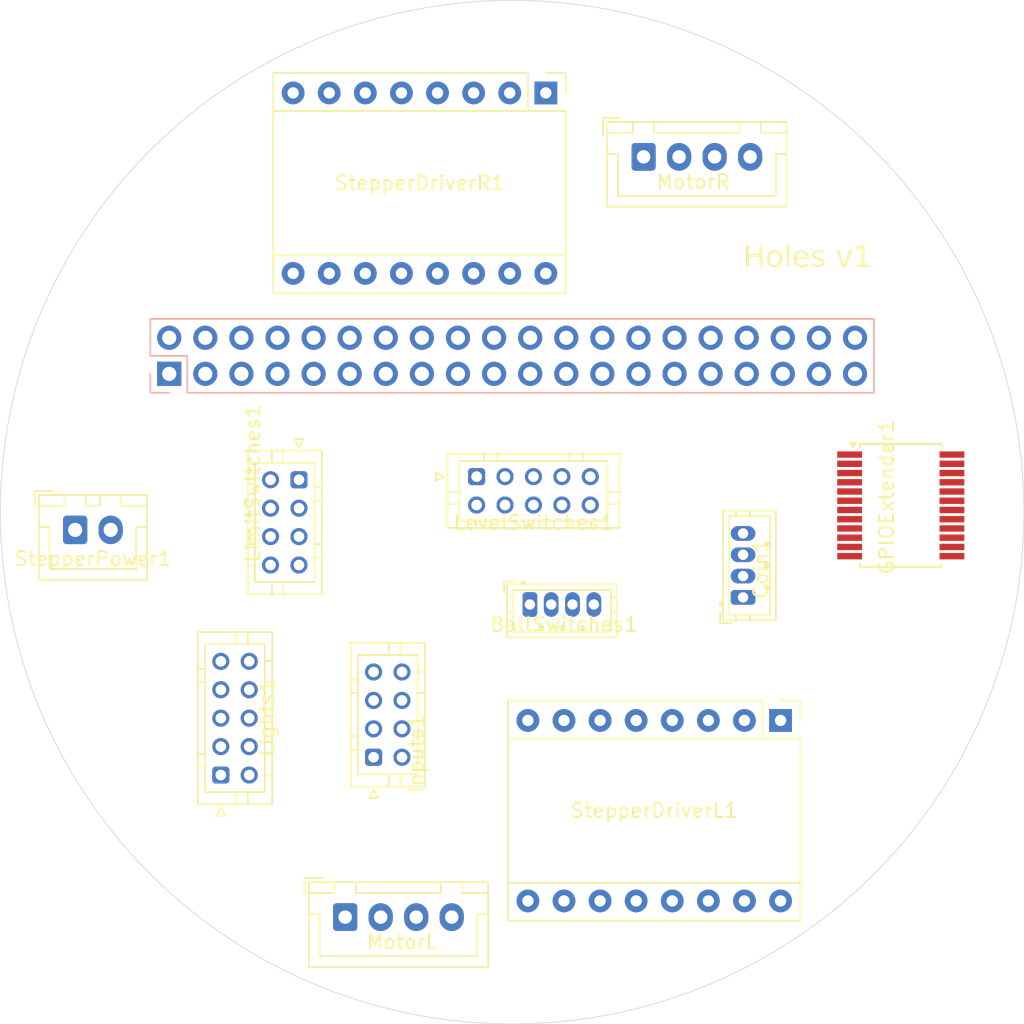
<source format=kicad_pcb>
(kicad_pcb (version 20241229) (generator "pcbnew") (generator_version "9.0")
  (title_block (date "15 nov 2012"))
  (layers (0 "F.Cu" signal) (2 "B.Cu" signal) (13 "F.Paste" user) (15 "B.Paste" user) (5 "F.SilkS" user "F.Silkscreen") (7 "B.SilkS" user "B.Silkscreen") (1 "F.Mask" user) (3 "B.Mask" user) (25 "Edge.Cuts" user))
  (net 0 "")
  (net 1 "GND")
  (net 2 "/GPIO2{slash}SDA1")
  (net 3 "/GPIO3{slash}SCL1")
  (net 4 "/GPIO4{slash}GPCLK0")
  (net 5 "/GPIO14{slash}TXD0")
  (net 6 "/GPIO15{slash}RXD0")
  (net 7 "/GPIO17")
  (net 8 "/GPIO18{slash}PCM.CLK")
  (net 9 "/GPIO27")
  (net 10 "/GPIO22")
  (net 11 "/GPIO23")
  (net 12 "/GPIO26")
  (net 13 "/GPIO24")
  (net 14 "/GPIO10{slash}SPI0.MOSI")
  (net 15 "/GPIO9{slash}SPI0.MISO")
  (net 16 "/GPIO25")
  (net 17 "/GPIO11{slash}SPI0.SCLK")
  (net 18 "/GPIO8{slash}SPI0.CE0")
  (net 19 "/GPIO7{slash}SPI0.CE1")
  (net 20 "/ID_SDA")
  (net 21 "/ID_SCL")
  (net 22 "/GPIO5")
  (net 23 "/GPIO6")
  (net 24 "/GPIO12{slash}PWM0")
  (net 25 "/GPIO13{slash}PWM1")
  (net 26 "/GPIO19{slash}PCM.FS")
  (net 27 "/GPIO16")
  (net 28 "/GPIO20{slash}PCM.DIN")
  (net 29 "/GPIO21{slash}PCM.DOUT")
  (net 30 "+5V")
  (net 31 "+3V3")
  (footprint "Connector_JST:JST_PHD_B8B-PHDSS_2x04_P2.00mm_Vertical" (layer "F.Cu") (at 117.5 82.2225 -90)
    (property "Reference" "LimitSwitches1" (at 0.25 3.25 90) (layer "F.SilkS"))
    (property "Value" "Conn_02x04_Odd_Even" (hide yes))
    (fp_line (start -2.06 3.61) (end 8.06 3.61) (stroke (width 0.12)) (layer "F.SilkS"))
    (fp_line (start -0.03 3.61) (end -0.03 3.1) (stroke (width 0.12)) (layer "F.SilkS"))
    (fp_line (start 1.47 3.61) (end 1.47 3.1) (stroke (width 0.12)) (layer "F.SilkS"))
    (fp_line (start 4.53 3.61) (end 4.53 3.1) (stroke (width 0.12)) (layer "F.SilkS"))
    (fp_line (start 6.03 3.61) (end 6.03 3.1) (stroke (width 0.12)) (layer "F.SilkS"))
    (fp_line (start 8.06 3.61) (end 8.06 -1.61) (stroke (width 0.12)) (layer "F.SilkS"))
    (fp_line (start -1.2 3.1) (end 7.2 3.1) (stroke (width 0.12)) (layer "F.SilkS"))
    (fp_line (start 7.2 3.1) (end 7.2 -1.1) (stroke (width 0.12)) (layer "F.SilkS"))
    (fp_line (start -2.06 1.9) (end -1.2 1.9) (stroke (width 0.12)) (layer "F.SilkS"))
    (fp_line (start 8.06 1.9) (end 7.2 1.9) (stroke (width 0.12)) (layer "F.SilkS"))
    (fp_line (start -2.06 1.1) (end -1.2 1.1) (stroke (width 0.12)) (layer "F.SilkS"))
    (fp_line (start 8.06 1.1) (end 7.2 1.1) (stroke (width 0.12)) (layer "F.SilkS"))
    (fp_line (start -2.86 0.3) (end -2.86 -0.3) (stroke (width 0.12)) (layer "F.SilkS"))
    (fp_line (start -2.26 0) (end -2.86 0.3) (stroke (width 0.12)) (layer "F.SilkS"))
    (fp_line (start -2.86 -0.3) (end -2.26 0) (stroke (width 0.12)) (layer "F.SilkS"))
    (fp_line (start -1.2 -1.1) (end -1.2 3.1) (stroke (width 0.12)) (layer "F.SilkS"))
    (fp_line (start 7.2 -1.1) (end -1.2 -1.1) (stroke (width 0.12)) (layer "F.SilkS"))
    (fp_line (start -2.06 -1.61) (end -2.06 3.61) (stroke (width 0.12)) (layer "F.SilkS"))
    (fp_line (start 0.53 -1.61) (end 0.53 -1.1) (stroke (width 0.12)) (layer "F.SilkS"))
    (fp_line (start 1.47 -1.61) (end 1.47 -1.1) (stroke (width 0.12)) (layer "F.SilkS"))
    (fp_line (start 4.53 -1.61) (end 4.53 -1.1) (stroke (width 0.12)) (layer "F.SilkS"))
    (fp_line (start 5.47 -1.61) (end 5.47 -1.1) (stroke (width 0.12)) (layer "F.SilkS"))
    (fp_line (start 8.06 -1.61) (end -2.06 -1.61) (stroke (width 0.12)) (layer "F.SilkS"))
    (pad "1" thru_hole roundrect (at 0 0 270) (size 1.2 1.2) (drill 0.75) (layers "*.Cu" "*.Mask") (roundrect_rratio 0.208333))
    (pad "2" thru_hole circle (at 0 2 270) (size 1.2 1.2) (drill 0.75) (layers "*.Cu" "*.Mask"))
    (pad "3" thru_hole circle (at 2 0 270) (size 1.2 1.2) (drill 0.75) (layers "*.Cu" "*.Mask"))
    (pad "4" thru_hole circle (at 2 2 270) (size 1.2 1.2) (drill 0.75) (layers "*.Cu" "*.Mask"))
    (pad "5" thru_hole circle (at 4 0 270) (size 1.2 1.2) (drill 0.75) (layers "*.Cu" "*.Mask"))
    (pad "6" thru_hole circle (at 4 2 270) (size 1.2 1.2) (drill 0.75) (layers "*.Cu" "*.Mask"))
    (pad "7" thru_hole circle (at 6 0 270) (size 1.2 1.2) (drill 0.75) (layers "*.Cu" "*.Mask"))
    (pad "8" thru_hole circle (at 6 2 270) (size 1.2 1.2) (drill 0.75) (layers "*.Cu" "*.Mask"))
  )
  (footprint "MountingHole:MountingHole_2.7mm_M2.5" (layer "F.Cu") (at 161.5 73.5)
    (property "Reference" "MH2" (hide yes))
    (property "Value" "MountingHole_2.7mm_M2.5" (hide yes))
    (pad "" np_thru_hole circle (at 0 0) (size 2.7 2.7) (drill 2.7) (layers "*.Cu" "*.Mask"))
  )
  (footprint "Package_SO:SSOP-24_5.3x8.2mm_P0.65mm" (layer "F.Cu") (at 159.85 84.025)
    (property "Reference" "GPIOExtender1" (at -1 -0.575 90) (layer "F.SilkS"))
    (property "Value" "PCF8575DBR")
    (fp_line (start -2.875 -4.325) (end -2.875 -4.1) (stroke (width 0.15)) (layer "F.SilkS"))
    (fp_line (start -2.875 -4.325) (end 2.875 -4.325) (stroke (width 0.15)) (layer "F.SilkS"))
    (fp_line (start -2.875 4.325) (end -2.875 4.1) (stroke (width 0.15)) (layer "F.SilkS"))
    (fp_line (start -2.875 4.325) (end 2.875 4.325) (stroke (width 0.15)) (layer "F.SilkS"))
    (fp_line (start 2.875 -4.325) (end 2.875 -4.1) (stroke (width 0.15)) (layer "F.SilkS"))
    (fp_line (start 2.875 4.325) (end 2.875 4.1) (stroke (width 0.15)) (layer "F.SilkS"))
    (fp_poly (pts (xy -3.375 -4.075) (xy -3.615 -4.405) (xy -3.135 -4.405) (xy -3.375 -4.075)) (stroke (width 0.12)) (fill yes) (layer "F.SilkS"))
    (pad "1" smd rect (at -3.6 -3.575) (size 1.75 0.45) (layers "F.Cu" "F.Mask" "F.Paste"))
    (pad "2" smd rect (at -3.6 -2.925) (size 1.75 0.45) (layers "F.Cu" "F.Mask" "F.Paste"))
    (pad "3" smd rect (at -3.6 -2.275) (size 1.75 0.45) (layers "F.Cu" "F.Mask" "F.Paste"))
    (pad "4" smd rect (at -3.6 -1.625) (size 1.75 0.45) (layers "F.Cu" "F.Mask" "F.Paste"))
    (pad "5" smd rect (at -3.6 -0.975) (size 1.75 0.45) (layers "F.Cu" "F.Mask" "F.Paste"))
    (pad "6" smd rect (at -3.6 -0.325) (size 1.75 0.45) (layers "F.Cu" "F.Mask" "F.Paste"))
    (pad "7" smd rect (at -3.6 0.325) (size 1.75 0.45) (layers "F.Cu" "F.Mask" "F.Paste"))
    (pad "8" smd rect (at -3.6 0.975) (size 1.75 0.45) (layers "F.Cu" "F.Mask" "F.Paste"))
    (pad "9" smd rect (at -3.6 1.625) (size 1.75 0.45) (layers "F.Cu" "F.Mask" "F.Paste"))
    (pad "10" smd rect (at -3.6 2.275) (size 1.75 0.45) (layers "F.Cu" "F.Mask" "F.Paste"))
    (pad "11" smd rect (at -3.6 2.925) (size 1.75 0.45) (layers "F.Cu" "F.Mask" "F.Paste"))
    (pad "12" smd rect (at -3.6 3.575) (size 1.75 0.45) (layers "F.Cu" "F.Mask" "F.Paste"))
    (pad "13" smd rect (at 3.6 3.575) (size 1.75 0.45) (layers "F.Cu" "F.Mask" "F.Paste"))
    (pad "14" smd rect (at 3.6 2.925) (size 1.75 0.45) (layers "F.Cu" "F.Mask" "F.Paste"))
    (pad "15" smd rect (at 3.6 2.275) (size 1.75 0.45) (layers "F.Cu" "F.Mask" "F.Paste"))
    (pad "16" smd rect (at 3.6 1.625) (size 1.75 0.45) (layers "F.Cu" "F.Mask" "F.Paste"))
    (pad "17" smd rect (at 3.6 0.975) (size 1.75 0.45) (layers "F.Cu" "F.Mask" "F.Paste"))
    (pad "18" smd rect (at 3.6 0.325) (size 1.75 0.45) (layers "F.Cu" "F.Mask" "F.Paste"))
    (pad "19" smd rect (at 3.6 -0.325) (size 1.75 0.45) (layers "F.Cu" "F.Mask" "F.Paste"))
    (pad "20" smd rect (at 3.6 -0.975) (size 1.75 0.45) (layers "F.Cu" "F.Mask" "F.Paste"))
    (pad "21" smd rect (at 3.6 -1.625) (size 1.75 0.45) (layers "F.Cu" "F.Mask" "F.Paste"))
    (pad "22" smd rect (at 3.6 -2.275) (size 1.75 0.45) (layers "F.Cu" "F.Mask" "F.Paste"))
    (pad "23" smd rect (at 3.6 -2.925) (size 1.75 0.45) (layers "F.Cu" "F.Mask" "F.Paste"))
    (pad "24" smd rect (at 3.6 -3.575) (size 1.75 0.45) (layers "F.Cu" "F.Mask" "F.Paste"))
  )
  (footprint "Connector_JST:JST_XH_B4B-XH-A_1x04_P2.50mm_Vertical" (layer "F.Cu") (at 120.75 113)
    (property "Reference" "MotorL" (at 4 1.75 0) (layer "F.SilkS"))
    (property "Value" "Conn_01x04_Socket" (hide yes))
    (fp_line (start -2.85 -2.75) (end -2.85 -1.5) (stroke (width 0.12)) (layer "F.SilkS"))
    (fp_line (start -2.56 -2.46) (end -2.56 3.51) (stroke (width 0.12)) (layer "F.SilkS"))
    (fp_line (start -2.56 3.51) (end 10.06 3.51) (stroke (width 0.12)) (layer "F.SilkS"))
    (fp_line (start -2.55 -2.45) (end -2.55 -1.7) (stroke (width 0.12)) (layer "F.SilkS"))
    (fp_line (start -2.55 -1.7) (end -0.75 -1.7) (stroke (width 0.12)) (layer "F.SilkS"))
    (fp_line (start -2.55 -0.2) (end -1.8 -0.2) (stroke (width 0.12)) (layer "F.SilkS"))
    (fp_line (start -1.8 -0.2) (end -1.8 2.75) (stroke (width 0.12)) (layer "F.SilkS"))
    (fp_line (start -1.8 2.75) (end 3.75 2.75) (stroke (width 0.12)) (layer "F.SilkS"))
    (fp_line (start -1.6 -2.75) (end -2.85 -2.75) (stroke (width 0.12)) (layer "F.SilkS"))
    (fp_line (start -0.75 -2.45) (end -2.55 -2.45) (stroke (width 0.12)) (layer "F.SilkS"))
    (fp_line (start -0.75 -1.7) (end -0.75 -2.45) (stroke (width 0.12)) (layer "F.SilkS"))
    (fp_line (start 0.75 -2.45) (end 0.75 -1.7) (stroke (width 0.12)) (layer "F.SilkS"))
    (fp_line (start 0.75 -1.7) (end 6.75 -1.7) (stroke (width 0.12)) (layer "F.SilkS"))
    (fp_line (start 6.75 -2.45) (end 0.75 -2.45) (stroke (width 0.12)) (layer "F.SilkS"))
    (fp_line (start 6.75 -1.7) (end 6.75 -2.45) (stroke (width 0.12)) (layer "F.SilkS"))
    (fp_line (start 8.25 -2.45) (end 8.25 -1.7) (stroke (width 0.12)) (layer "F.SilkS"))
    (fp_line (start 8.25 -1.7) (end 10.05 -1.7) (stroke (width 0.12)) (layer "F.SilkS"))
    (fp_line (start 9.3 -0.2) (end 9.3 2.75) (stroke (width 0.12)) (layer "F.SilkS"))
    (fp_line (start 9.3 2.75) (end 3.75 2.75) (stroke (width 0.12)) (layer "F.SilkS"))
    (fp_line (start 10.05 -2.45) (end 8.25 -2.45) (stroke (width 0.12)) (layer "F.SilkS"))
    (fp_line (start 10.05 -1.7) (end 10.05 -2.45) (stroke (width 0.12)) (layer "F.SilkS"))
    (fp_line (start 10.05 -0.2) (end 9.3 -0.2) (stroke (width 0.12)) (layer "F.SilkS"))
    (fp_line (start 10.06 -2.46) (end -2.56 -2.46) (stroke (width 0.12)) (layer "F.SilkS"))
    (fp_line (start 10.06 3.51) (end 10.06 -2.46) (stroke (width 0.12)) (layer "F.SilkS"))
    (pad "1" thru_hole roundrect (at 0 0) (size 1.7 1.95) (drill 0.95) (layers "*.Cu" "*.Mask") (roundrect_rratio 0.147059))
    (pad "2" thru_hole oval (at 2.5 0) (size 1.7 1.95) (drill 0.95) (layers "*.Cu" "*.Mask"))
    (pad "3" thru_hole oval (at 5 0) (size 1.7 1.95) (drill 0.95) (layers "*.Cu" "*.Mask"))
    (pad "4" thru_hole oval (at 7.5 0) (size 1.7 1.95) (drill 0.95) (layers "*.Cu" "*.Mask"))
  )
  (footprint "Connector_JST:JST_XH_B4B-XH-A_1x04_P2.50mm_Vertical" (layer "F.Cu") (at 141.75 59.5)
    (property "Reference" "MotorR" (at 3.5 1.75 0) (layer "F.SilkS"))
    (property "Value" "Conn_01x04_Socket" (hide yes))
    (fp_line (start -2.85 -2.75) (end -2.85 -1.5) (stroke (width 0.12)) (layer "F.SilkS"))
    (fp_line (start -2.56 -2.46) (end -2.56 3.51) (stroke (width 0.12)) (layer "F.SilkS"))
    (fp_line (start -2.56 3.51) (end 10.06 3.51) (stroke (width 0.12)) (layer "F.SilkS"))
    (fp_line (start -2.55 -2.45) (end -2.55 -1.7) (stroke (width 0.12)) (layer "F.SilkS"))
    (fp_line (start -2.55 -1.7) (end -0.75 -1.7) (stroke (width 0.12)) (layer "F.SilkS"))
    (fp_line (start -2.55 -0.2) (end -1.8 -0.2) (stroke (width 0.12)) (layer "F.SilkS"))
    (fp_line (start -1.8 -0.2) (end -1.8 2.75) (stroke (width 0.12)) (layer "F.SilkS"))
    (fp_line (start -1.8 2.75) (end 3.75 2.75) (stroke (width 0.12)) (layer "F.SilkS"))
    (fp_line (start -1.6 -2.75) (end -2.85 -2.75) (stroke (width 0.12)) (layer "F.SilkS"))
    (fp_line (start -0.75 -2.45) (end -2.55 -2.45) (stroke (width 0.12)) (layer "F.SilkS"))
    (fp_line (start -0.75 -1.7) (end -0.75 -2.45) (stroke (width 0.12)) (layer "F.SilkS"))
    (fp_line (start 0.75 -2.45) (end 0.75 -1.7) (stroke (width 0.12)) (layer "F.SilkS"))
    (fp_line (start 0.75 -1.7) (end 6.75 -1.7) (stroke (width 0.12)) (layer "F.SilkS"))
    (fp_line (start 6.75 -2.45) (end 0.75 -2.45) (stroke (width 0.12)) (layer "F.SilkS"))
    (fp_line (start 6.75 -1.7) (end 6.75 -2.45) (stroke (width 0.12)) (layer "F.SilkS"))
    (fp_line (start 8.25 -2.45) (end 8.25 -1.7) (stroke (width 0.12)) (layer "F.SilkS"))
    (fp_line (start 8.25 -1.7) (end 10.05 -1.7) (stroke (width 0.12)) (layer "F.SilkS"))
    (fp_line (start 9.3 -0.2) (end 9.3 2.75) (stroke (width 0.12)) (layer "F.SilkS"))
    (fp_line (start 9.3 2.75) (end 3.75 2.75) (stroke (width 0.12)) (layer "F.SilkS"))
    (fp_line (start 10.05 -2.45) (end 8.25 -2.45) (stroke (width 0.12)) (layer "F.SilkS"))
    (fp_line (start 10.05 -1.7) (end 10.05 -2.45) (stroke (width 0.12)) (layer "F.SilkS"))
    (fp_line (start 10.05 -0.2) (end 9.3 -0.2) (stroke (width 0.12)) (layer "F.SilkS"))
    (fp_line (start 10.06 -2.46) (end -2.56 -2.46) (stroke (width 0.12)) (layer "F.SilkS"))
    (fp_line (start 10.06 3.51) (end 10.06 -2.46) (stroke (width 0.12)) (layer "F.SilkS"))
    (pad "1" thru_hole roundrect (at 0 0) (size 1.7 1.95) (drill 0.95) (layers "*.Cu" "*.Mask") (roundrect_rratio 0.147059))
    (pad "2" thru_hole oval (at 2.5 0) (size 1.7 1.95) (drill 0.95) (layers "*.Cu" "*.Mask"))
    (pad "3" thru_hole oval (at 5 0) (size 1.7 1.95) (drill 0.95) (layers "*.Cu" "*.Mask"))
    (pad "4" thru_hole oval (at 7.5 0) (size 1.7 1.95) (drill 0.95) (layers "*.Cu" "*.Mask"))
  )
  (footprint "Connector_JST:JST_PHD_B10B-PHDSS_2x05_P2.00mm_Vertical" (layer "F.Cu") (at 130 82)
    (property "Reference" "LevelSwitches1" (at 4 3.25 0) (layer "F.SilkS"))
    (property "Value" "Conn_02x05_Odd_Even" (hide yes))
    (fp_line (start -2.86 -0.3) (end -2.26 0) (stroke (width 0.12)) (layer "F.SilkS"))
    (fp_line (start -2.86 0.3) (end -2.86 -0.3) (stroke (width 0.12)) (layer "F.SilkS"))
    (fp_line (start -2.26 0) (end -2.86 0.3) (stroke (width 0.12)) (layer "F.SilkS"))
    (fp_line (start -2.06 -1.61) (end -2.06 3.61) (stroke (width 0.12)) (layer "F.SilkS"))
    (fp_line (start -2.06 1.1) (end -1.2 1.1) (stroke (width 0.12)) (layer "F.SilkS"))
    (fp_line (start -2.06 1.9) (end -1.2 1.9) (stroke (width 0.12)) (layer "F.SilkS"))
    (fp_line (start -2.06 3.61) (end 10.06 3.61) (stroke (width 0.12)) (layer "F.SilkS"))
    (fp_line (start -1.2 -1.1) (end -1.2 3.1) (stroke (width 0.12)) (layer "F.SilkS"))
    (fp_line (start -1.2 3.1) (end 9.2 3.1) (stroke (width 0.12)) (layer "F.SilkS"))
    (fp_line (start -0.03 3.61) (end -0.03 3.1) (stroke (width 0.12)) (layer "F.SilkS"))
    (fp_line (start 0.53 -1.61) (end 0.53 -1.1) (stroke (width 0.12)) (layer "F.SilkS"))
    (fp_line (start 1.47 -1.61) (end 1.47 -1.1) (stroke (width 0.12)) (layer "F.SilkS"))
    (fp_line (start 1.47 3.61) (end 1.47 3.1) (stroke (width 0.12)) (layer "F.SilkS"))
    (fp_line (start 6.53 -1.61) (end 6.53 -1.1) (stroke (width 0.12)) (layer "F.SilkS"))
    (fp_line (start 6.53 3.61) (end 6.53 3.1) (stroke (width 0.12)) (layer "F.SilkS"))
    (fp_line (start 7.47 -1.61) (end 7.47 -1.1) (stroke (width 0.12)) (layer "F.SilkS"))
    (fp_line (start 8.03 3.61) (end 8.03 3.1) (stroke (width 0.12)) (layer "F.SilkS"))
    (fp_line (start 9.2 -1.1) (end -1.2 -1.1) (stroke (width 0.12)) (layer "F.SilkS"))
    (fp_line (start 9.2 3.1) (end 9.2 -1.1) (stroke (width 0.12)) (layer "F.SilkS"))
    (fp_line (start 10.06 -1.61) (end -2.06 -1.61) (stroke (width 0.12)) (layer "F.SilkS"))
    (fp_line (start 10.06 1.1) (end 9.2 1.1) (stroke (width 0.12)) (layer "F.SilkS"))
    (fp_line (start 10.06 1.9) (end 9.2 1.9) (stroke (width 0.12)) (layer "F.SilkS"))
    (fp_line (start 10.06 3.61) (end 10.06 -1.61) (stroke (width 0.12)) (layer "F.SilkS"))
    (pad "1" thru_hole roundrect (at 0 0) (size 1.2 1.2) (drill 0.75) (layers "*.Cu" "*.Mask") (roundrect_rratio 0.208333))
    (pad "2" thru_hole circle (at 0 2) (size 1.2 1.2) (drill 0.75) (layers "*.Cu" "*.Mask"))
    (pad "3" thru_hole circle (at 2 0) (size 1.2 1.2) (drill 0.75) (layers "*.Cu" "*.Mask"))
    (pad "4" thru_hole circle (at 2 2) (size 1.2 1.2) (drill 0.75) (layers "*.Cu" "*.Mask"))
    (pad "5" thru_hole circle (at 4 0) (size 1.2 1.2) (drill 0.75) (layers "*.Cu" "*.Mask"))
    (pad "6" thru_hole circle (at 4 2) (size 1.2 1.2) (drill 0.75) (layers "*.Cu" "*.Mask"))
    (pad "7" thru_hole circle (at 6 0) (size 1.2 1.2) (drill 0.75) (layers "*.Cu" "*.Mask"))
    (pad "8" thru_hole circle (at 6 2) (size 1.2 1.2) (drill 0.75) (layers "*.Cu" "*.Mask"))
    (pad "9" thru_hole circle (at 8 0) (size 1.2 1.2) (drill 0.75) (layers "*.Cu" "*.Mask"))
    (pad "10" thru_hole circle (at 8 2) (size 1.2 1.2) (drill 0.75) (layers "*.Cu" "*.Mask"))
  )
  (footprint "Connector_JST:JST_ZH_B4B-ZR_1x04_P1.50mm_Vertical" (layer "F.Cu") (at 133.75 91)
    (property "Reference" "BallSwitches1" (at 2.4 1.4 0) (layer "F.SilkS"))
    (property "Value" "Conn_01x04" (hide yes))
    (fp_line (start -1.81 -1.61) (end -1.81 -0.81) (stroke (width 0.12)) (layer "F.SilkS"))
    (fp_line (start -1.61 -1.41) (end -1.61 2.31) (stroke (width 0.12)) (layer "F.SilkS"))
    (fp_line (start -1.61 -0.5) (end -1.21 -0.5) (stroke (width 0.12)) (layer "F.SilkS"))
    (fp_line (start -1.61 0.5) (end -1.21 0.5) (stroke (width 0.12)) (layer "F.SilkS"))
    (fp_line (start -1.61 2.31) (end 6.11 2.31) (stroke (width 0.12)) (layer "F.SilkS"))
    (fp_line (start -1.21 -1.01) (end -1.21 1.91) (stroke (width 0.12)) (layer "F.SilkS"))
    (fp_line (start -1.21 1.91) (end 5.71 1.91) (stroke (width 0.12)) (layer "F.SilkS"))
    (fp_line (start -1.01 -1.61) (end -1.81 -1.61) (stroke (width 0.12)) (layer "F.SilkS"))
    (fp_line (start -0.6 -1.61) (end -0.6 -1.41) (stroke (width 0.12)) (layer "F.SilkS"))
    (fp_line (start -0.3 -1.61) (end -0.6 -1.61) (stroke (width 0.12)) (layer "F.SilkS"))
    (fp_line (start -0.3 -1.51) (end -0.6 -1.51) (stroke (width 0.12)) (layer "F.SilkS"))
    (fp_line (start -0.3 -1.41) (end -0.3 -1.61) (stroke (width 0.12)) (layer "F.SilkS"))
    (fp_line (start 0.65 1.51) (end 0.85 1.51) (stroke (width 0.12)) (layer "F.SilkS"))
    (fp_line (start 0.65 1.91) (end 0.65 1.51) (stroke (width 0.12)) (layer "F.SilkS"))
    (fp_line (start 0.75 1.91) (end 0.75 1.51) (stroke (width 0.12)) (layer "F.SilkS"))
    (fp_line (start 0.85 1.51) (end 0.85 1.91) (stroke (width 0.12)) (layer "F.SilkS"))
    (fp_line (start 2.15 1.51) (end 2.35 1.51) (stroke (width 0.12)) (layer "F.SilkS"))
    (fp_line (start 2.15 1.91) (end 2.15 1.51) (stroke (width 0.12)) (layer "F.SilkS"))
    (fp_line (start 2.25 1.91) (end 2.25 1.51) (stroke (width 0.12)) (layer "F.SilkS"))
    (fp_line (start 2.35 1.51) (end 2.35 1.91) (stroke (width 0.12)) (layer "F.SilkS"))
    (fp_line (start 3.65 1.51) (end 3.85 1.51) (stroke (width 0.12)) (layer "F.SilkS"))
    (fp_line (start 3.65 1.91) (end 3.65 1.51) (stroke (width 0.12)) (layer "F.SilkS"))
    (fp_line (start 3.75 1.91) (end 3.75 1.51) (stroke (width 0.12)) (layer "F.SilkS"))
    (fp_line (start 3.85 1.51) (end 3.85 1.91) (stroke (width 0.12)) (layer "F.SilkS"))
    (fp_line (start 5.71 -1.01) (end -1.21 -1.01) (stroke (width 0.12)) (layer "F.SilkS"))
    (fp_line (start 5.71 1.91) (end 5.71 -1.01) (stroke (width 0.12)) (layer "F.SilkS"))
    (fp_line (start 6.11 -1.41) (end -1.61 -1.41) (stroke (width 0.12)) (layer "F.SilkS"))
    (fp_line (start 6.11 -0.5) (end 5.71 -0.5) (stroke (width 0.12)) (layer "F.SilkS"))
    (fp_line (start 6.11 0.5) (end 5.71 0.5) (stroke (width 0.12)) (layer "F.SilkS"))
    (fp_line (start 6.11 2.31) (end 6.11 -1.41) (stroke (width 0.12)) (layer "F.SilkS"))
    (pad "1" thru_hole roundrect (at 0 0) (size 1.03 1.73) (drill 0.73) (layers "*.Cu" "*.Mask") (roundrect_rratio 0.242718))
    (pad "2" thru_hole oval (at 1.5 0) (size 1.03 1.73) (drill 0.73) (layers "*.Cu" "*.Mask"))
    (pad "3" thru_hole oval (at 3 0) (size 1.03 1.73) (drill 0.73) (layers "*.Cu" "*.Mask"))
    (pad "4" thru_hole oval (at 4.5 0) (size 1.03 1.73) (drill 0.73) (layers "*.Cu" "*.Mask"))
  )
  (footprint "MountingHole:MountingHole_2.7mm_M2.5" (layer "F.Cu") (at 103.5 96.5)
    (property "Reference" "MH3" (hide yes))
    (property "Value" "MountingHole_2.7mm_M2.5" (hide yes))
    (pad "" np_thru_hole circle (at 0 0) (size 2.7 2.7) (drill 2.7) (layers "*.Cu" "*.Mask"))
  )
  (footprint "Connector_JST:JST_PHD_B10B-PHDSS_2x05_P2.00mm_Vertical" (layer "F.Cu") (at 112 103 90)
    (property "Reference" "Lights1" (at 4 3.25 90) (layer "F.SilkS"))
    (property "Value" "Conn_02x05_Odd_Even" (hide yes))
    (fp_line (start 10.06 -1.61) (end -2.06 -1.61) (stroke (width 0.12)) (layer "F.SilkS"))
    (fp_line (start 7.47 -1.61) (end 7.47 -1.1) (stroke (width 0.12)) (layer "F.SilkS"))
    (fp_line (start 6.53 -1.61) (end 6.53 -1.1) (stroke (width 0.12)) (layer "F.SilkS"))
    (fp_line (start 1.47 -1.61) (end 1.47 -1.1) (stroke (width 0.12)) (layer "F.SilkS"))
    (fp_line (start 0.53 -1.61) (end 0.53 -1.1) (stroke (width 0.12)) (layer "F.SilkS"))
    (fp_line (start -2.06 -1.61) (end -2.06 3.61) (stroke (width 0.12)) (layer "F.SilkS"))
    (fp_line (start 9.2 -1.1) (end -1.2 -1.1) (stroke (width 0.12)) (layer "F.SilkS"))
    (fp_line (start -1.2 -1.1) (end -1.2 3.1) (stroke (width 0.12)) (layer "F.SilkS"))
    (fp_line (start -2.86 -0.3) (end -2.26 0) (stroke (width 0.12)) (layer "F.SilkS"))
    (fp_line (start -2.26 0) (end -2.86 0.3) (stroke (width 0.12)) (layer "F.SilkS"))
    (fp_line (start -2.86 0.3) (end -2.86 -0.3) (stroke (width 0.12)) (layer "F.SilkS"))
    (fp_line (start 10.06 1.1) (end 9.2 1.1) (stroke (width 0.12)) (layer "F.SilkS"))
    (fp_line (start -2.06 1.1) (end -1.2 1.1) (stroke (width 0.12)) (layer "F.SilkS"))
    (fp_line (start 10.06 1.9) (end 9.2 1.9) (stroke (width 0.12)) (layer "F.SilkS"))
    (fp_line (start -2.06 1.9) (end -1.2 1.9) (stroke (width 0.12)) (layer "F.SilkS"))
    (fp_line (start 9.2 3.1) (end 9.2 -1.1) (stroke (width 0.12)) (layer "F.SilkS"))
    (fp_line (start -1.2 3.1) (end 9.2 3.1) (stroke (width 0.12)) (layer "F.SilkS"))
    (fp_line (start 10.06 3.61) (end 10.06 -1.61) (stroke (width 0.12)) (layer "F.SilkS"))
    (fp_line (start 8.03 3.61) (end 8.03 3.1) (stroke (width 0.12)) (layer "F.SilkS"))
    (fp_line (start 6.53 3.61) (end 6.53 3.1) (stroke (width 0.12)) (layer "F.SilkS"))
    (fp_line (start 1.47 3.61) (end 1.47 3.1) (stroke (width 0.12)) (layer "F.SilkS"))
    (fp_line (start -0.03 3.61) (end -0.03 3.1) (stroke (width 0.12)) (layer "F.SilkS"))
    (fp_line (start -2.06 3.61) (end 10.06 3.61) (stroke (width 0.12)) (layer "F.SilkS"))
    (pad "1" thru_hole roundrect (at 0 0 90) (size 1.2 1.2) (drill 0.75) (layers "*.Cu" "*.Mask") (roundrect_rratio 0.208333))
    (pad "2" thru_hole circle (at 0 2 90) (size 1.2 1.2) (drill 0.75) (layers "*.Cu" "*.Mask"))
    (pad "3" thru_hole circle (at 2 0 90) (size 1.2 1.2) (drill 0.75) (layers "*.Cu" "*.Mask"))
    (pad "4" thru_hole circle (at 2 2 90) (size 1.2 1.2) (drill 0.75) (layers "*.Cu" "*.Mask"))
    (pad "5" thru_hole circle (at 4 0 90) (size 1.2 1.2) (drill 0.75) (layers "*.Cu" "*.Mask"))
    (pad "6" thru_hole circle (at 4 2 90) (size 1.2 1.2) (drill 0.75) (layers "*.Cu" "*.Mask"))
    (pad "7" thru_hole circle (at 6 0 90) (size 1.2 1.2) (drill 0.75) (layers "*.Cu" "*.Mask"))
    (pad "8" thru_hole circle (at 6 2 90) (size 1.2 1.2) (drill 0.75) (layers "*.Cu" "*.Mask"))
    (pad "9" thru_hole circle (at 8 0 90) (size 1.2 1.2) (drill 0.75) (layers "*.Cu" "*.Mask"))
    (pad "10" thru_hole circle (at 8 2 90) (size 1.2 1.2) (drill 0.75) (layers "*.Cu" "*.Mask"))
  )
  (footprint "Connector_JST:JST_XH_B2B-XH-A_1x02_P2.50mm_Vertical" (layer "F.Cu") (at 101.75 85.75)
    (property "Reference" "StepperPower1" (at 1.25 2.025 0) (layer "F.SilkS"))
    (property "Value" "Conn_01x02" (hide yes))
    (fp_line (start -2.85 -2.75) (end -2.85 -1.5) (stroke (width 0.12)) (layer "F.SilkS"))
    (fp_line (start -2.56 -2.46) (end -2.56 3.51) (stroke (width 0.12)) (layer "F.SilkS"))
    (fp_line (start -2.56 3.51) (end 5.06 3.51) (stroke (width 0.12)) (layer "F.SilkS"))
    (fp_line (start -2.55 -2.45) (end -2.55 -1.7) (stroke (width 0.12)) (layer "F.SilkS"))
    (fp_line (start -2.55 -1.7) (end -0.75 -1.7) (stroke (width 0.12)) (layer "F.SilkS"))
    (fp_line (start -2.55 -0.2) (end -1.8 -0.2) (stroke (width 0.12)) (layer "F.SilkS"))
    (fp_line (start -1.8 -0.2) (end -1.8 2.75) (stroke (width 0.12)) (layer "F.SilkS"))
    (fp_line (start -1.8 2.75) (end 1.25 2.75) (stroke (width 0.12)) (layer "F.SilkS"))
    (fp_line (start -1.6 -2.75) (end -2.85 -2.75) (stroke (width 0.12)) (layer "F.SilkS"))
    (fp_line (start -0.75 -2.45) (end -2.55 -2.45) (stroke (width 0.12)) (layer "F.SilkS"))
    (fp_line (start -0.75 -1.7) (end -0.75 -2.45) (stroke (width 0.12)) (layer "F.SilkS"))
    (fp_line (start 0.75 -2.45) (end 0.75 -1.7) (stroke (width 0.12)) (layer "F.SilkS"))
    (fp_line (start 0.75 -1.7) (end 1.75 -1.7) (stroke (width 0.12)) (layer "F.SilkS"))
    (fp_line (start 1.75 -2.45) (end 0.75 -2.45) (stroke (width 0.12)) (layer "F.SilkS"))
    (fp_line (start 1.75 -1.7) (end 1.75 -2.45) (stroke (width 0.12)) (layer "F.SilkS"))
    (fp_line (start 3.25 -2.45) (end 3.25 -1.7) (stroke (width 0.12)) (layer "F.SilkS"))
    (fp_line (start 3.25 -1.7) (end 5.05 -1.7) (stroke (width 0.12)) (layer "F.SilkS"))
    (fp_line (start 4.3 -0.2) (end 4.3 2.75) (stroke (width 0.12)) (layer "F.SilkS"))
    (fp_line (start 4.3 2.75) (end 1.25 2.75) (stroke (width 0.12)) (layer "F.SilkS"))
    (fp_line (start 5.05 -2.45) (end 3.25 -2.45) (stroke (width 0.12)) (layer "F.SilkS"))
    (fp_line (start 5.05 -1.7) (end 5.05 -2.45) (stroke (width 0.12)) (layer "F.SilkS"))
    (fp_line (start 5.05 -0.2) (end 4.3 -0.2) (stroke (width 0.12)) (layer "F.SilkS"))
    (fp_line (start 5.06 -2.46) (end -2.56 -2.46) (stroke (width 0.12)) (layer "F.SilkS"))
    (fp_line (start 5.06 3.51) (end 5.06 -2.46) (stroke (width 0.12)) (layer "F.SilkS"))
    (pad "1" thru_hole roundrect (at 0 0) (size 1.7 2) (drill 1) (layers "*.Cu" "*.Mask") (roundrect_rratio 0.147059))
    (pad "2" thru_hole oval (at 2.5 0) (size 1.7 2) (drill 1) (layers "*.Cu" "*.Mask"))
  )
  (footprint "MountingHole:MountingHole_2.7mm_M2.5" (layer "F.Cu") (at 103.5 73.5)
    (property "Reference" "MH1" (hide yes))
    (property "Value" "MountingHole_2.7mm_M2.5" (hide yes))
    (pad "" np_thru_hole circle (at 0 0) (size 2.7 2.7) (drill 2.7) (layers "*.Cu" "*.Mask"))
  )
  (footprint "Module:Pololu_Breakout-16_15.2x20.3mm" (layer "F.Cu") (at 151.39 99.16 -90)
    (property "Reference" "StepperDriverL1" (at 6.34 8.89 0) (layer "F.SilkS"))
    (property "Value" "Pololu_Breakout_A4988")
    (fp_line (start -1.4 19.18) (end 14.1 19.18) (stroke (width 0.12)) (layer "F.SilkS"))
    (fp_line (start 14.1 19.18) (end 14.1 -1.4) (stroke (width 0.12)) (layer "F.SilkS"))
    (fp_line (start -1.4 1.27) (end -1.4 19.18) (stroke (width 0.12)) (layer "F.SilkS"))
    (fp_line (start 1.27 1.27) (end 1.27 19.18) (stroke (width 0.12)) (layer "F.SilkS"))
    (fp_line (start 1.27 1.27) (end -1.4 1.27) (stroke (width 0.12)) (layer "F.SilkS"))
    (fp_line (start -1.4 -1.4) (end -1.4 0) (stroke (width 0.12)) (layer "F.SilkS"))
    (fp_line (start 0 -1.4) (end -1.4 -1.4) (stroke (width 0.12)) (layer "F.SilkS"))
    (fp_line (start 1.27 -1.4) (end 1.27 1.27) (stroke (width 0.12)) (layer "F.SilkS"))
    (fp_line (start 11.43 -1.4) (end 11.43 19.18) (stroke (width 0.12)) (layer "F.SilkS"))
    (fp_line (start 14.1 -1.4) (end 1.27 -1.4) (stroke (width 0.12)) (layer "F.SilkS"))
    (pad "1" thru_hole rect (at 0 0 270) (size 1.6 1.6) (drill 0.8) (layers "*.Cu" "*.Mask"))
    (pad "2" thru_hole oval (at 0 2.54 270) (size 1.6 1.6) (drill 0.8) (layers "*.Cu" "*.Mask"))
    (pad "3" thru_hole oval (at 0 5.08 270) (size 1.6 1.6) (drill 0.8) (layers "*.Cu" "*.Mask"))
    (pad "4" thru_hole oval (at 0 7.62 270) (size 1.6 1.6) (drill 0.8) (layers "*.Cu" "*.Mask"))
    (pad "5" thru_hole oval (at 0 10.16 270) (size 1.6 1.6) (drill 0.8) (layers "*.Cu" "*.Mask"))
    (pad "6" thru_hole oval (at 0 12.7 270) (size 1.6 1.6) (drill 0.8) (layers "*.Cu" "*.Mask"))
    (pad "7" thru_hole oval (at 0 15.24 270) (size 1.6 1.6) (drill 0.8) (layers "*.Cu" "*.Mask"))
    (pad "8" thru_hole oval (at 0 17.78 270) (size 1.6 1.6) (drill 0.8) (layers "*.Cu" "*.Mask"))
    (pad "9" thru_hole oval (at 12.7 17.78 270) (size 1.6 1.6) (drill 0.8) (layers "*.Cu" "*.Mask"))
    (pad "10" thru_hole oval (at 12.7 15.24 270) (size 1.6 1.6) (drill 0.8) (layers "*.Cu" "*.Mask"))
    (pad "11" thru_hole oval (at 12.7 12.7 270) (size 1.6 1.6) (drill 0.8) (layers "*.Cu" "*.Mask"))
    (pad "12" thru_hole oval (at 12.7 10.16 270) (size 1.6 1.6) (drill 0.8) (layers "*.Cu" "*.Mask"))
    (pad "13" thru_hole oval (at 12.7 7.62 270) (size 1.6 1.6) (drill 0.8) (layers "*.Cu" "*.Mask"))
    (pad "14" thru_hole oval (at 12.7 5.08 270) (size 1.6 1.6) (drill 0.8) (layers "*.Cu" "*.Mask"))
    (pad "15" thru_hole oval (at 12.7 2.54 270) (size 1.6 1.6) (drill 0.8) (layers "*.Cu" "*.Mask"))
    (pad "16" thru_hole oval (at 12.7 0 270) (size 1.6 1.6) (drill 0.8) (layers "*.Cu" "*.Mask"))
  )
  (footprint "MountingHole:MountingHole_2.7mm_M2.5" (layer "F.Cu") (at 161.5 96.5)
    (property "Reference" "MH4" (hide yes))
    (property "Value" "MountingHole_2.7mm_M2.5" (hide yes))
    (pad "" np_thru_hole circle (at 0 0) (size 2.7 2.7) (drill 2.7) (layers "*.Cu" "*.Mask"))
  )
  (footprint "Connector_JST:JST_ZH_B4B-ZR_1x04_P1.50mm_Vertical" (layer "F.Cu") (at 148.75 90.5 90)
    (property "Reference" "Coin1" (at 2 1.25 90) (layer "F.SilkS"))
    (property "Value" "Conn_01x04" (hide yes))
    (fp_line (start -0.3 -1.61) (end -0.6 -1.61) (stroke (width 0.12)) (layer "F.SilkS"))
    (fp_line (start -0.6 -1.61) (end -0.6 -1.41) (stroke (width 0.12)) (layer "F.SilkS"))
    (fp_line (start -1.01 -1.61) (end -1.81 -1.61) (stroke (width 0.12)) (layer "F.SilkS"))
    (fp_line (start -1.81 -1.61) (end -1.81 -0.81) (stroke (width 0.12)) (layer "F.SilkS"))
    (fp_line (start -0.3 -1.51) (end -0.6 -1.51) (stroke (width 0.12)) (layer "F.SilkS"))
    (fp_line (start 6.11 -1.41) (end -1.61 -1.41) (stroke (width 0.12)) (layer "F.SilkS"))
    (fp_line (start -0.3 -1.41) (end -0.3 -1.61) (stroke (width 0.12)) (layer "F.SilkS"))
    (fp_line (start -1.61 -1.41) (end -1.61 2.31) (stroke (width 0.12)) (layer "F.SilkS"))
    (fp_line (start 5.71 -1.01) (end -1.21 -1.01) (stroke (width 0.12)) (layer "F.SilkS"))
    (fp_line (start -1.21 -1.01) (end -1.21 1.91) (stroke (width 0.12)) (layer "F.SilkS"))
    (fp_line (start 6.11 -0.5) (end 5.71 -0.5) (stroke (width 0.12)) (layer "F.SilkS"))
    (fp_line (start -1.61 -0.5) (end -1.21 -0.5) (stroke (width 0.12)) (layer "F.SilkS"))
    (fp_line (start 6.11 0.5) (end 5.71 0.5) (stroke (width 0.12)) (layer "F.SilkS"))
    (fp_line (start -1.61 0.5) (end -1.21 0.5) (stroke (width 0.12)) (layer "F.SilkS"))
    (fp_line (start 3.85 1.51) (end 3.85 1.91) (stroke (width 0.12)) (layer "F.SilkS"))
    (fp_line (start 3.65 1.51) (end 3.85 1.51) (stroke (width 0.12)) (layer "F.SilkS"))
    (fp_line (start 2.35 1.51) (end 2.35 1.91) (stroke (width 0.12)) (layer "F.SilkS"))
    (fp_line (start 2.15 1.51) (end 2.35 1.51) (stroke (width 0.12)) (layer "F.SilkS"))
    (fp_line (start 0.85 1.51) (end 0.85 1.91) (stroke (width 0.12)) (layer "F.SilkS"))
    (fp_line (start 0.65 1.51) (end 0.85 1.51) (stroke (width 0.12)) (layer "F.SilkS"))
    (fp_line (start 5.71 1.91) (end 5.71 -1.01) (stroke (width 0.12)) (layer "F.SilkS"))
    (fp_line (start 3.75 1.91) (end 3.75 1.51) (stroke (width 0.12)) (layer "F.SilkS"))
    (fp_line (start 3.65 1.91) (end 3.65 1.51) (stroke (width 0.12)) (layer "F.SilkS"))
    (fp_line (start 2.25 1.91) (end 2.25 1.51) (stroke (width 0.12)) (layer "F.SilkS"))
    (fp_line (start 2.15 1.91) (end 2.15 1.51) (stroke (width 0.12)) (layer "F.SilkS"))
    (fp_line (start 0.75 1.91) (end 0.75 1.51) (stroke (width 0.12)) (layer "F.SilkS"))
    (fp_line (start 0.65 1.91) (end 0.65 1.51) (stroke (width 0.12)) (layer "F.SilkS"))
    (fp_line (start -1.21 1.91) (end 5.71 1.91) (stroke (width 0.12)) (layer "F.SilkS"))
    (fp_line (start 6.11 2.31) (end 6.11 -1.41) (stroke (width 0.12)) (layer "F.SilkS"))
    (fp_line (start -1.61 2.31) (end 6.11 2.31) (stroke (width 0.12)) (layer "F.SilkS"))
    (pad "1" thru_hole roundrect (at 0 0 90) (size 1.03 1.73) (drill 0.73) (layers "*.Cu" "*.Mask") (roundrect_rratio 0.242718))
    (pad "2" thru_hole oval (at 1.5 0 90) (size 1.03 1.73) (drill 0.73) (layers "*.Cu" "*.Mask"))
    (pad "3" thru_hole oval (at 3 0 90) (size 1.03 1.73) (drill 0.73) (layers "*.Cu" "*.Mask"))
    (pad "4" thru_hole oval (at 4.5 0 90) (size 1.03 1.73) (drill 0.73) (layers "*.Cu" "*.Mask"))
  )
  (footprint "Module:Pololu_Breakout-16_15.2x20.3mm" (layer "F.Cu") (at 134.87 55 -90)
    (property "Reference" "StepperDriverR1" (at 6.34 8.89 0) (layer "F.SilkS"))
    (property "Value" "Pololu_Breakout_A4988")
    (fp_line (start -1.4 19.18) (end 14.1 19.18) (stroke (width 0.12)) (layer "F.SilkS"))
    (fp_line (start 14.1 19.18) (end 14.1 -1.4) (stroke (width 0.12)) (layer "F.SilkS"))
    (fp_line (start -1.4 1.27) (end -1.4 19.18) (stroke (width 0.12)) (layer "F.SilkS"))
    (fp_line (start 1.27 1.27) (end 1.27 19.18) (stroke (width 0.12)) (layer "F.SilkS"))
    (fp_line (start 1.27 1.27) (end -1.4 1.27) (stroke (width 0.12)) (layer "F.SilkS"))
    (fp_line (start -1.4 -1.4) (end -1.4 0) (stroke (width 0.12)) (layer "F.SilkS"))
    (fp_line (start 0 -1.4) (end -1.4 -1.4) (stroke (width 0.12)) (layer "F.SilkS"))
    (fp_line (start 1.27 -1.4) (end 1.27 1.27) (stroke (width 0.12)) (layer "F.SilkS"))
    (fp_line (start 11.43 -1.4) (end 11.43 19.18) (stroke (width 0.12)) (layer "F.SilkS"))
    (fp_line (start 14.1 -1.4) (end 1.27 -1.4) (stroke (width 0.12)) (layer "F.SilkS"))
    (pad "1" thru_hole rect (at 0 0 270) (size 1.6 1.6) (drill 0.8) (layers "*.Cu" "*.Mask"))
    (pad "2" thru_hole oval (at 0 2.54 270) (size 1.6 1.6) (drill 0.8) (layers "*.Cu" "*.Mask"))
    (pad "3" thru_hole oval (at 0 5.08 270) (size 1.6 1.6) (drill 0.8) (layers "*.Cu" "*.Mask"))
    (pad "4" thru_hole oval (at 0 7.62 270) (size 1.6 1.6) (drill 0.8) (layers "*.Cu" "*.Mask"))
    (pad "5" thru_hole oval (at 0 10.16 270) (size 1.6 1.6) (drill 0.8) (layers "*.Cu" "*.Mask"))
    (pad "6" thru_hole oval (at 0 12.7 270) (size 1.6 1.6) (drill 0.8) (layers "*.Cu" "*.Mask"))
    (pad "7" thru_hole oval (at 0 15.24 270) (size 1.6 1.6) (drill 0.8) (layers "*.Cu" "*.Mask"))
    (pad "8" thru_hole oval (at 0 17.78 270) (size 1.6 1.6) (drill 0.8) (layers "*.Cu" "*.Mask"))
    (pad "9" thru_hole oval (at 12.7 17.78 270) (size 1.6 1.6) (drill 0.8) (layers "*.Cu" "*.Mask"))
    (pad "10" thru_hole oval (at 12.7 15.24 270) (size 1.6 1.6) (drill 0.8) (layers "*.Cu" "*.Mask"))
    (pad "11" thru_hole oval (at 12.7 12.7 270) (size 1.6 1.6) (drill 0.8) (layers "*.Cu" "*.Mask"))
    (pad "12" thru_hole oval (at 12.7 10.16 270) (size 1.6 1.6) (drill 0.8) (layers "*.Cu" "*.Mask"))
    (pad "13" thru_hole oval (at 12.7 7.62 270) (size 1.6 1.6) (drill 0.8) (layers "*.Cu" "*.Mask"))
    (pad "14" thru_hole oval (at 12.7 5.08 270) (size 1.6 1.6) (drill 0.8) (layers "*.Cu" "*.Mask"))
    (pad "15" thru_hole oval (at 12.7 2.54 270) (size 1.6 1.6) (drill 0.8) (layers "*.Cu" "*.Mask"))
    (pad "16" thru_hole oval (at 12.7 0 270) (size 1.6 1.6) (drill 0.8) (layers "*.Cu" "*.Mask"))
  )
  (footprint "Connector_JST:JST_PHD_B8B-PHDSS_2x04_P2.00mm_Vertical" (layer "F.Cu") (at 122.75 101.75 90)
    (property "Reference" "Inputs1" (at 0.25 3 90) (layer "F.SilkS"))
    (property "Value" "Conn_02x04_Odd_Even")
    (fp_line (start 8.06 -1.61) (end -2.06 -1.61) (stroke (width 0.12)) (layer "F.SilkS"))
    (fp_line (start 5.47 -1.61) (end 5.47 -1.1) (stroke (width 0.12)) (layer "F.SilkS"))
    (fp_line (start 4.53 -1.61) (end 4.53 -1.1) (stroke (width 0.12)) (layer "F.SilkS"))
    (fp_line (start 1.47 -1.61) (end 1.47 -1.1) (stroke (width 0.12)) (layer "F.SilkS"))
    (fp_line (start 0.53 -1.61) (end 0.53 -1.1) (stroke (width 0.12)) (layer "F.SilkS"))
    (fp_line (start -2.06 -1.61) (end -2.06 3.61) (stroke (width 0.12)) (layer "F.SilkS"))
    (fp_line (start 7.2 -1.1) (end -1.2 -1.1) (stroke (width 0.12)) (layer "F.SilkS"))
    (fp_line (start -1.2 -1.1) (end -1.2 3.1) (stroke (width 0.12)) (layer "F.SilkS"))
    (fp_line (start -2.86 -0.3) (end -2.26 0) (stroke (width 0.12)) (layer "F.SilkS"))
    (fp_line (start -2.26 0) (end -2.86 0.3) (stroke (width 0.12)) (layer "F.SilkS"))
    (fp_line (start -2.86 0.3) (end -2.86 -0.3) (stroke (width 0.12)) (layer "F.SilkS"))
    (fp_line (start 8.06 1.1) (end 7.2 1.1) (stroke (width 0.12)) (layer "F.SilkS"))
    (fp_line (start -2.06 1.1) (end -1.2 1.1) (stroke (width 0.12)) (layer "F.SilkS"))
    (fp_line (start 8.06 1.9) (end 7.2 1.9) (stroke (width 0.12)) (layer "F.SilkS"))
    (fp_line (start -2.06 1.9) (end -1.2 1.9) (stroke (width 0.12)) (layer "F.SilkS"))
    (fp_line (start 7.2 3.1) (end 7.2 -1.1) (stroke (width 0.12)) (layer "F.SilkS"))
    (fp_line (start -1.2 3.1) (end 7.2 3.1) (stroke (width 0.12)) (layer "F.SilkS"))
    (fp_line (start 8.06 3.61) (end 8.06 -1.61) (stroke (width 0.12)) (layer "F.SilkS"))
    (fp_line (start 6.03 3.61) (end 6.03 3.1) (stroke (width 0.12)) (layer "F.SilkS"))
    (fp_line (start 4.53 3.61) (end 4.53 3.1) (stroke (width 0.12)) (layer "F.SilkS"))
    (fp_line (start 1.47 3.61) (end 1.47 3.1) (stroke (width 0.12)) (layer "F.SilkS"))
    (fp_line (start -0.03 3.61) (end -0.03 3.1) (stroke (width 0.12)) (layer "F.SilkS"))
    (fp_line (start -2.06 3.61) (end 8.06 3.61) (stroke (width 0.12)) (layer "F.SilkS"))
    (pad "1" thru_hole roundrect (at 0 0 90) (size 1.2 1.2) (drill 0.75) (layers "*.Cu" "*.Mask") (roundrect_rratio 0.208333))
    (pad "2" thru_hole circle (at 0 2 90) (size 1.2 1.2) (drill 0.75) (layers "*.Cu" "*.Mask"))
    (pad "3" thru_hole circle (at 2 0 90) (size 1.2 1.2) (drill 0.75) (layers "*.Cu" "*.Mask"))
    (pad "4" thru_hole circle (at 2 2 90) (size 1.2 1.2) (drill 0.75) (layers "*.Cu" "*.Mask"))
    (pad "5" thru_hole circle (at 4 0 90) (size 1.2 1.2) (drill 0.75) (layers "*.Cu" "*.Mask"))
    (pad "6" thru_hole circle (at 4 2 90) (size 1.2 1.2) (drill 0.75) (layers "*.Cu" "*.Mask"))
    (pad "7" thru_hole circle (at 6 0 90) (size 1.2 1.2) (drill 0.75) (layers "*.Cu" "*.Mask"))
    (pad "8" thru_hole circle (at 6 2 90) (size 1.2 1.2) (drill 0.75) (layers "*.Cu" "*.Mask"))
  )
  (footprint "Connector_PinSocket_2.54mm:PinSocket_2x20_P2.54mm_Vertical" (layer "B.Cu") (at 108.37 74.77 -90)
    (property "Reference" "J1" (hide yes))
    (property "Value" "GPIO" (hide yes))
    (fp_line (start -3.87 1.33) (end -1.27 1.33) (stroke (width 0.12)) (layer "B.SilkS"))
    (fp_line (start -3.87 1.33) (end -3.87 -49.59) (stroke (width 0.12)) (layer "B.SilkS"))
    (fp_line (start -1.27 1.33) (end -1.27 -1.27) (stroke (width 0.12)) (layer "B.SilkS"))
    (fp_line (start 0 1.33) (end 1.33 1.33) (stroke (width 0.12)) (layer "B.SilkS"))
    (fp_line (start 1.33 1.33) (end 1.33 0) (stroke (width 0.12)) (layer "B.SilkS"))
    (fp_line (start -1.27 -1.27) (end 1.33 -1.27) (stroke (width 0.12)) (layer "B.SilkS"))
    (fp_line (start 1.33 -1.27) (end 1.33 -49.59) (stroke (width 0.12)) (layer "B.SilkS"))
    (fp_line (start -3.87 -49.59) (end 1.33 -49.59) (stroke (width 0.12)) (layer "B.SilkS"))
    (pad "1" thru_hole rect (at 0 0 270) (size 1.7 1.7) (drill 1) (layers "*.Cu" "*.Mask") (net 31 "+3V3"))
    (pad "2" thru_hole oval (at -2.54 0 270) (size 1.7 1.7) (drill 1) (layers "*.Cu" "*.Mask") (net 30 "+5V"))
    (pad "3" thru_hole oval (at 0 -2.54 270) (size 1.7 1.7) (drill 1) (layers "*.Cu" "*.Mask") (net 2 "/GPIO2{slash}SDA1"))
    (pad "4" thru_hole oval (at -2.54 -2.54 270) (size 1.7 1.7) (drill 1) (layers "*.Cu" "*.Mask") (net 30 "+5V"))
    (pad "5" thru_hole oval (at 0 -5.08 270) (size 1.7 1.7) (drill 1) (layers "*.Cu" "*.Mask") (net 3 "/GPIO3{slash}SCL1"))
    (pad "6" thru_hole oval (at -2.54 -5.08 270) (size 1.7 1.7) (drill 1) (layers "*.Cu" "*.Mask") (net 1 "GND"))
    (pad "7" thru_hole oval (at 0 -7.62 270) (size 1.7 1.7) (drill 1) (layers "*.Cu" "*.Mask") (net 4 "/GPIO4{slash}GPCLK0"))
    (pad "8" thru_hole oval (at -2.54 -7.62 270) (size 1.7 1.7) (drill 1) (layers "*.Cu" "*.Mask") (net 5 "/GPIO14{slash}TXD0"))
    (pad "9" thru_hole oval (at 0 -10.16 270) (size 1.7 1.7) (drill 1) (layers "*.Cu" "*.Mask") (net 1 "GND"))
    (pad "10" thru_hole oval (at -2.54 -10.16 270) (size 1.7 1.7) (drill 1) (layers "*.Cu" "*.Mask") (net 6 "/GPIO15{slash}RXD0"))
    (pad "11" thru_hole oval (at 0 -12.7 270) (size 1.7 1.7) (drill 1) (layers "*.Cu" "*.Mask") (net 7 "/GPIO17"))
    (pad "12" thru_hole oval (at -2.54 -12.7 270) (size 1.7 1.7) (drill 1) (layers "*.Cu" "*.Mask") (net 8 "/GPIO18{slash}PCM.CLK"))
    (pad "13" thru_hole oval (at 0 -15.24 270) (size 1.7 1.7) (drill 1) (layers "*.Cu" "*.Mask") (net 9 "/GPIO27"))
    (pad "14" thru_hole oval (at -2.54 -15.24 270) (size 1.7 1.7) (drill 1) (layers "*.Cu" "*.Mask") (net 1 "GND"))
    (pad "15" thru_hole oval (at 0 -17.78 270) (size 1.7 1.7) (drill 1) (layers "*.Cu" "*.Mask") (net 10 "/GPIO22"))
    (pad "16" thru_hole oval (at -2.54 -17.78 270) (size 1.7 1.7) (drill 1) (layers "*.Cu" "*.Mask") (net 11 "/GPIO23"))
    (pad "17" thru_hole oval (at 0 -20.32 270) (size 1.7 1.7) (drill 1) (layers "*.Cu" "*.Mask") (net 31 "+3V3"))
    (pad "18" thru_hole oval (at -2.54 -20.32 270) (size 1.7 1.7) (drill 1) (layers "*.Cu" "*.Mask") (net 13 "/GPIO24"))
    (pad "19" thru_hole oval (at 0 -22.86 270) (size 1.7 1.7) (drill 1) (layers "*.Cu" "*.Mask") (net 14 "/GPIO10{slash}SPI0.MOSI"))
    (pad "20" thru_hole oval (at -2.54 -22.86 270) (size 1.7 1.7) (drill 1) (layers "*.Cu" "*.Mask") (net 1 "GND"))
    (pad "21" thru_hole oval (at 0 -25.4 270) (size 1.7 1.7) (drill 1) (layers "*.Cu" "*.Mask") (net 15 "/GPIO9{slash}SPI0.MISO"))
    (pad "22" thru_hole oval (at -2.54 -25.4 270) (size 1.7 1.7) (drill 1) (layers "*.Cu" "*.Mask") (net 16 "/GPIO25"))
    (pad "23" thru_hole oval (at 0 -27.94 270) (size 1.7 1.7) (drill 1) (layers "*.Cu" "*.Mask") (net 17 "/GPIO11{slash}SPI0.SCLK"))
    (pad "24" thru_hole oval (at -2.54 -27.94 270) (size 1.7 1.7) (drill 1) (layers "*.Cu" "*.Mask") (net 18 "/GPIO8{slash}SPI0.CE0"))
    (pad "25" thru_hole oval (at 0 -30.48 270) (size 1.7 1.7) (drill 1) (layers "*.Cu" "*.Mask") (net 1 "GND"))
    (pad "26" thru_hole oval (at -2.54 -30.48 270) (size 1.7 1.7) (drill 1) (layers "*.Cu" "*.Mask") (net 19 "/GPIO7{slash}SPI0.CE1"))
    (pad "27" thru_hole oval (at 0 -33.02 270) (size 1.7 1.7) (drill 1) (layers "*.Cu" "*.Mask") (net 20 "/ID_SDA"))
    (pad "28" thru_hole oval (at -2.54 -33.02 270) (size 1.7 1.7) (drill 1) (layers "*.Cu" "*.Mask") (net 21 "/ID_SCL"))
    (pad "29" thru_hole oval (at 0 -35.56 270) (size 1.7 1.7) (drill 1) (layers "*.Cu" "*.Mask") (net 22 "/GPIO5"))
    (pad "30" thru_hole oval (at -2.54 -35.56 270) (size 1.7 1.7) (drill 1) (layers "*.Cu" "*.Mask") (net 1 "GND"))
    (pad "31" thru_hole oval (at 0 -38.1 270) (size 1.7 1.7) (drill 1) (layers "*.Cu" "*.Mask") (net 23 "/GPIO6"))
    (pad "32" thru_hole oval (at -2.54 -38.1 270) (size 1.7 1.7) (drill 1) (layers "*.Cu" "*.Mask") (net 24 "/GPIO12{slash}PWM0"))
    (pad "33" thru_hole oval (at 0 -40.64 270) (size 1.7 1.7) (drill 1) (layers "*.Cu" "*.Mask") (net 25 "/GPIO13{slash}PWM1"))
    (pad "34" thru_hole oval (at -2.54 -40.64 270) (size 1.7 1.7) (drill 1) (layers "*.Cu" "*.Mask") (net 1 "GND"))
    (pad "35" thru_hole oval (at 0 -43.18 270) (size 1.7 1.7) (drill 1) (layers "*.Cu" "*.Mask") (net 26 "/GPIO19{slash}PCM.FS"))
    (pad "36" thru_hole oval (at -2.54 -43.18 270) (size 1.7 1.7) (drill 1) (layers "*.Cu" "*.Mask") (net 27 "/GPIO16"))
    (pad "37" thru_hole oval (at 0 -45.72 270) (size 1.7 1.7) (drill 1) (layers "*.Cu" "*.Mask") (net 12 "/GPIO26"))
    (pad "38" thru_hole oval (at -2.54 -45.72 270) (size 1.7 1.7) (drill 1) (layers "*.Cu" "*.Mask") (net 28 "/GPIO20{slash}PCM.DIN"))
    (pad "39" thru_hole oval (at 0 -48.26 270) (size 1.7 1.7) (drill 1) (layers "*.Cu" "*.Mask") (net 1 "GND"))
    (pad "40" thru_hole oval (at -2.54 -48.26 270) (size 1.7 1.7) (drill 1) (layers "*.Cu" "*.Mask") (net 29 "/GPIO21{slash}PCM.DOUT"))
  )
  (gr_circle (center 132.5 84.5) (end 168.5 85.5) (stroke (width 0.05)) (fill no) (layer "Edge.Cuts"))
  (gr_text "Holes v1" (at 148.75 67.5 0) (layer "F.SilkS") (effects (font (size 1.5 1.5)) (justify left bottom)))
)
</source>
